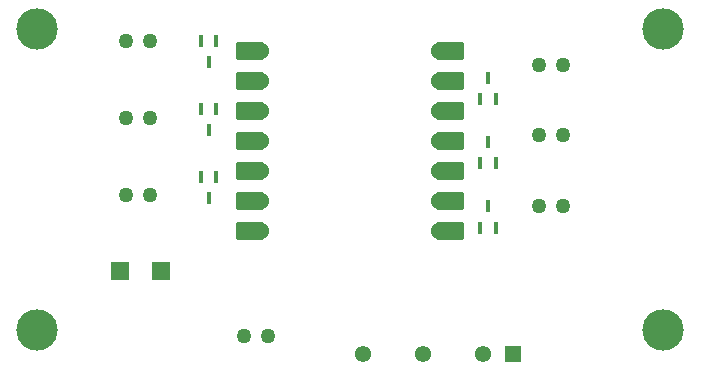
<source format=gts>
%TF.GenerationSoftware,KiCad,Pcbnew,9.0.0*%
%TF.CreationDate,2025-11-02T14:52:09-05:00*%
%TF.ProjectId,OlfactoryDisplay_main_v2,4f6c6661-6374-46f7-9279-446973706c61,rev?*%
%TF.SameCoordinates,Original*%
%TF.FileFunction,Soldermask,Top*%
%TF.FilePolarity,Negative*%
%FSLAX46Y46*%
G04 Gerber Fmt 4.6, Leading zero omitted, Abs format (unit mm)*
G04 Created by KiCad (PCBNEW 9.0.0) date 2025-11-02 14:52:09*
%MOMM*%
%LPD*%
G01*
G04 APERTURE LIST*
G04 Aperture macros list*
%AMRoundRect*
0 Rectangle with rounded corners*
0 $1 Rounding radius*
0 $2 $3 $4 $5 $6 $7 $8 $9 X,Y pos of 4 corners*
0 Add a 4 corners polygon primitive as box body*
4,1,4,$2,$3,$4,$5,$6,$7,$8,$9,$2,$3,0*
0 Add four circle primitives for the rounded corners*
1,1,$1+$1,$2,$3*
1,1,$1+$1,$4,$5*
1,1,$1+$1,$6,$7*
1,1,$1+$1,$8,$9*
0 Add four rect primitives between the rounded corners*
20,1,$1+$1,$2,$3,$4,$5,0*
20,1,$1+$1,$4,$5,$6,$7,0*
20,1,$1+$1,$6,$7,$8,$9,0*
20,1,$1+$1,$8,$9,$2,$3,0*%
G04 Aperture macros list end*
%ADD10C,1.270000*%
%ADD11R,0.457200X1.117600*%
%ADD12C,3.500000*%
%ADD13RoundRect,0.152400X1.063600X0.609600X-1.063600X0.609600X-1.063600X-0.609600X1.063600X-0.609600X0*%
%ADD14C,1.524000*%
%ADD15RoundRect,0.152400X-1.063600X-0.609600X1.063600X-0.609600X1.063600X0.609600X-1.063600X0.609600X0*%
%ADD16R,1.500000X1.500000*%
%ADD17RoundRect,0.102000X0.590000X0.590000X-0.590000X0.590000X-0.590000X-0.590000X0.590000X-0.590000X0*%
%ADD18C,1.384000*%
G04 APERTURE END LIST*
D10*
%TO.C,J3*%
X124000000Y-92818500D03*
X121999999Y-92818500D03*
%TD*%
D11*
%TO.C,U2*%
X94649999Y-96318500D03*
X93350001Y-96318500D03*
X94000000Y-98121900D03*
%TD*%
D10*
%TO.C,J2*%
X89000001Y-91318500D03*
X87000000Y-91318500D03*
%TD*%
D11*
%TO.C,U1*%
X117000001Y-100621900D03*
X118299999Y-100621900D03*
X117650000Y-98818500D03*
%TD*%
D12*
%TO.C,REF\u002A\u002A*%
X79500000Y-83818500D03*
%TD*%
D13*
%TO.C,U7*%
X97545000Y-85698500D03*
D14*
X98380000Y-85698500D03*
D13*
X97545000Y-88238500D03*
D14*
X98380000Y-88238500D03*
D13*
X97545000Y-90778500D03*
D14*
X98380000Y-90778500D03*
D13*
X97545000Y-93318500D03*
D14*
X98380000Y-93318500D03*
D13*
X97545000Y-95858500D03*
D14*
X98380000Y-95858500D03*
D13*
X97545000Y-98398500D03*
D14*
X98380000Y-98398500D03*
D13*
X97545000Y-100938500D03*
D14*
X98380000Y-100938500D03*
X113620000Y-100938500D03*
D15*
X114455000Y-100938500D03*
D14*
X113620000Y-98398500D03*
D15*
X114455000Y-98398500D03*
D14*
X113620000Y-95858500D03*
D15*
X114455000Y-95858500D03*
D14*
X113620000Y-93318500D03*
D15*
X114455000Y-93318500D03*
D14*
X113620000Y-90778500D03*
D15*
X114455000Y-90778500D03*
D14*
X113620000Y-88238500D03*
D15*
X114455000Y-88238500D03*
D14*
X113620000Y-85698500D03*
D15*
X114455000Y-85698500D03*
%TD*%
D10*
%TO.C,J9*%
X89000001Y-97818500D03*
X87000000Y-97818500D03*
%TD*%
D16*
%TO.C,TP3*%
X86500000Y-104318500D03*
%TD*%
D12*
%TO.C,REF\u002A\u002A*%
X132500000Y-83818500D03*
%TD*%
D10*
%TO.C,J4*%
X124000000Y-86818500D03*
X121999999Y-86818500D03*
%TD*%
D11*
%TO.C,U3*%
X94649999Y-84818500D03*
X93350001Y-84818500D03*
X94000000Y-86621900D03*
%TD*%
%TO.C,U5*%
X117000001Y-95171050D03*
X118299999Y-95171050D03*
X117650000Y-93367650D03*
%TD*%
D12*
%TO.C,REF\u002A\u002A*%
X79500000Y-109318500D03*
%TD*%
D11*
%TO.C,U4*%
X94649999Y-90568500D03*
X93350001Y-90568500D03*
X94000000Y-92371900D03*
%TD*%
D10*
%TO.C,J1*%
X89000001Y-84818500D03*
X87000000Y-84818500D03*
%TD*%
%TO.C,J7*%
X96999999Y-109818500D03*
X99000000Y-109818500D03*
%TD*%
%TO.C,J5*%
X124000000Y-98818500D03*
X121999999Y-98818500D03*
%TD*%
D17*
%TO.C,PS1*%
X119750000Y-111318500D03*
D18*
X117210000Y-111318500D03*
X112130000Y-111318500D03*
X107050000Y-111318500D03*
%TD*%
D16*
%TO.C,TP2*%
X90000000Y-104318500D03*
%TD*%
D11*
%TO.C,U6*%
X117000001Y-89720200D03*
X118299999Y-89720200D03*
X117650000Y-87916800D03*
%TD*%
D12*
%TO.C,REF\u002A\u002A*%
X132500000Y-109318500D03*
%TD*%
M02*

</source>
